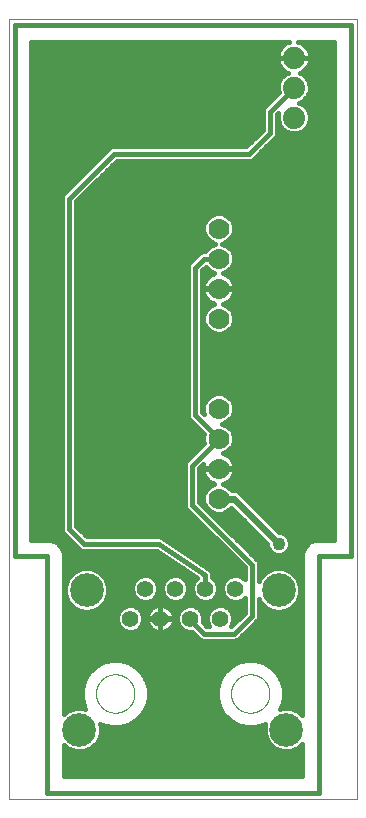
<source format=gbl>
G75*
%MOIN*%
%OFA0B0*%
%FSLAX25Y25*%
%IPPOS*%
%LPD*%
%AMOC8*
5,1,8,0,0,1.08239X$1,22.5*
%
%ADD10C,0.00000*%
%ADD11C,0.01600*%
%ADD12C,0.07000*%
%ADD13C,0.05543*%
%ADD14C,0.11220*%
%ADD15C,0.07400*%
%ADD16C,0.02400*%
%ADD17C,0.04356*%
%ADD18OC8,0.04356*%
D10*
X0001000Y0001000D02*
X0117142Y0001000D01*
X0117142Y0260843D01*
X0001000Y0260843D01*
X0001000Y0001000D01*
X0030100Y0036000D02*
X0030102Y0036160D01*
X0030108Y0036319D01*
X0030118Y0036478D01*
X0030132Y0036637D01*
X0030150Y0036796D01*
X0030171Y0036954D01*
X0030197Y0037111D01*
X0030227Y0037268D01*
X0030260Y0037424D01*
X0030298Y0037579D01*
X0030339Y0037733D01*
X0030384Y0037886D01*
X0030433Y0038038D01*
X0030486Y0038189D01*
X0030542Y0038338D01*
X0030603Y0038486D01*
X0030666Y0038632D01*
X0030734Y0038777D01*
X0030805Y0038920D01*
X0030879Y0039061D01*
X0030957Y0039200D01*
X0031039Y0039337D01*
X0031124Y0039472D01*
X0031212Y0039605D01*
X0031304Y0039736D01*
X0031398Y0039864D01*
X0031496Y0039990D01*
X0031597Y0040114D01*
X0031701Y0040235D01*
X0031808Y0040353D01*
X0031918Y0040469D01*
X0032031Y0040582D01*
X0032147Y0040692D01*
X0032265Y0040799D01*
X0032386Y0040903D01*
X0032510Y0041004D01*
X0032636Y0041102D01*
X0032764Y0041196D01*
X0032895Y0041288D01*
X0033028Y0041376D01*
X0033163Y0041461D01*
X0033300Y0041543D01*
X0033439Y0041621D01*
X0033580Y0041695D01*
X0033723Y0041766D01*
X0033868Y0041834D01*
X0034014Y0041897D01*
X0034162Y0041958D01*
X0034311Y0042014D01*
X0034462Y0042067D01*
X0034614Y0042116D01*
X0034767Y0042161D01*
X0034921Y0042202D01*
X0035076Y0042240D01*
X0035232Y0042273D01*
X0035389Y0042303D01*
X0035546Y0042329D01*
X0035704Y0042350D01*
X0035863Y0042368D01*
X0036022Y0042382D01*
X0036181Y0042392D01*
X0036340Y0042398D01*
X0036500Y0042400D01*
X0036660Y0042398D01*
X0036819Y0042392D01*
X0036978Y0042382D01*
X0037137Y0042368D01*
X0037296Y0042350D01*
X0037454Y0042329D01*
X0037611Y0042303D01*
X0037768Y0042273D01*
X0037924Y0042240D01*
X0038079Y0042202D01*
X0038233Y0042161D01*
X0038386Y0042116D01*
X0038538Y0042067D01*
X0038689Y0042014D01*
X0038838Y0041958D01*
X0038986Y0041897D01*
X0039132Y0041834D01*
X0039277Y0041766D01*
X0039420Y0041695D01*
X0039561Y0041621D01*
X0039700Y0041543D01*
X0039837Y0041461D01*
X0039972Y0041376D01*
X0040105Y0041288D01*
X0040236Y0041196D01*
X0040364Y0041102D01*
X0040490Y0041004D01*
X0040614Y0040903D01*
X0040735Y0040799D01*
X0040853Y0040692D01*
X0040969Y0040582D01*
X0041082Y0040469D01*
X0041192Y0040353D01*
X0041299Y0040235D01*
X0041403Y0040114D01*
X0041504Y0039990D01*
X0041602Y0039864D01*
X0041696Y0039736D01*
X0041788Y0039605D01*
X0041876Y0039472D01*
X0041961Y0039337D01*
X0042043Y0039200D01*
X0042121Y0039061D01*
X0042195Y0038920D01*
X0042266Y0038777D01*
X0042334Y0038632D01*
X0042397Y0038486D01*
X0042458Y0038338D01*
X0042514Y0038189D01*
X0042567Y0038038D01*
X0042616Y0037886D01*
X0042661Y0037733D01*
X0042702Y0037579D01*
X0042740Y0037424D01*
X0042773Y0037268D01*
X0042803Y0037111D01*
X0042829Y0036954D01*
X0042850Y0036796D01*
X0042868Y0036637D01*
X0042882Y0036478D01*
X0042892Y0036319D01*
X0042898Y0036160D01*
X0042900Y0036000D01*
X0042898Y0035840D01*
X0042892Y0035681D01*
X0042882Y0035522D01*
X0042868Y0035363D01*
X0042850Y0035204D01*
X0042829Y0035046D01*
X0042803Y0034889D01*
X0042773Y0034732D01*
X0042740Y0034576D01*
X0042702Y0034421D01*
X0042661Y0034267D01*
X0042616Y0034114D01*
X0042567Y0033962D01*
X0042514Y0033811D01*
X0042458Y0033662D01*
X0042397Y0033514D01*
X0042334Y0033368D01*
X0042266Y0033223D01*
X0042195Y0033080D01*
X0042121Y0032939D01*
X0042043Y0032800D01*
X0041961Y0032663D01*
X0041876Y0032528D01*
X0041788Y0032395D01*
X0041696Y0032264D01*
X0041602Y0032136D01*
X0041504Y0032010D01*
X0041403Y0031886D01*
X0041299Y0031765D01*
X0041192Y0031647D01*
X0041082Y0031531D01*
X0040969Y0031418D01*
X0040853Y0031308D01*
X0040735Y0031201D01*
X0040614Y0031097D01*
X0040490Y0030996D01*
X0040364Y0030898D01*
X0040236Y0030804D01*
X0040105Y0030712D01*
X0039972Y0030624D01*
X0039837Y0030539D01*
X0039700Y0030457D01*
X0039561Y0030379D01*
X0039420Y0030305D01*
X0039277Y0030234D01*
X0039132Y0030166D01*
X0038986Y0030103D01*
X0038838Y0030042D01*
X0038689Y0029986D01*
X0038538Y0029933D01*
X0038386Y0029884D01*
X0038233Y0029839D01*
X0038079Y0029798D01*
X0037924Y0029760D01*
X0037768Y0029727D01*
X0037611Y0029697D01*
X0037454Y0029671D01*
X0037296Y0029650D01*
X0037137Y0029632D01*
X0036978Y0029618D01*
X0036819Y0029608D01*
X0036660Y0029602D01*
X0036500Y0029600D01*
X0036340Y0029602D01*
X0036181Y0029608D01*
X0036022Y0029618D01*
X0035863Y0029632D01*
X0035704Y0029650D01*
X0035546Y0029671D01*
X0035389Y0029697D01*
X0035232Y0029727D01*
X0035076Y0029760D01*
X0034921Y0029798D01*
X0034767Y0029839D01*
X0034614Y0029884D01*
X0034462Y0029933D01*
X0034311Y0029986D01*
X0034162Y0030042D01*
X0034014Y0030103D01*
X0033868Y0030166D01*
X0033723Y0030234D01*
X0033580Y0030305D01*
X0033439Y0030379D01*
X0033300Y0030457D01*
X0033163Y0030539D01*
X0033028Y0030624D01*
X0032895Y0030712D01*
X0032764Y0030804D01*
X0032636Y0030898D01*
X0032510Y0030996D01*
X0032386Y0031097D01*
X0032265Y0031201D01*
X0032147Y0031308D01*
X0032031Y0031418D01*
X0031918Y0031531D01*
X0031808Y0031647D01*
X0031701Y0031765D01*
X0031597Y0031886D01*
X0031496Y0032010D01*
X0031398Y0032136D01*
X0031304Y0032264D01*
X0031212Y0032395D01*
X0031124Y0032528D01*
X0031039Y0032663D01*
X0030957Y0032800D01*
X0030879Y0032939D01*
X0030805Y0033080D01*
X0030734Y0033223D01*
X0030666Y0033368D01*
X0030603Y0033514D01*
X0030542Y0033662D01*
X0030486Y0033811D01*
X0030433Y0033962D01*
X0030384Y0034114D01*
X0030339Y0034267D01*
X0030298Y0034421D01*
X0030260Y0034576D01*
X0030227Y0034732D01*
X0030197Y0034889D01*
X0030171Y0035046D01*
X0030150Y0035204D01*
X0030132Y0035363D01*
X0030118Y0035522D01*
X0030108Y0035681D01*
X0030102Y0035840D01*
X0030100Y0036000D01*
X0075100Y0036000D02*
X0075102Y0036160D01*
X0075108Y0036319D01*
X0075118Y0036478D01*
X0075132Y0036637D01*
X0075150Y0036796D01*
X0075171Y0036954D01*
X0075197Y0037111D01*
X0075227Y0037268D01*
X0075260Y0037424D01*
X0075298Y0037579D01*
X0075339Y0037733D01*
X0075384Y0037886D01*
X0075433Y0038038D01*
X0075486Y0038189D01*
X0075542Y0038338D01*
X0075603Y0038486D01*
X0075666Y0038632D01*
X0075734Y0038777D01*
X0075805Y0038920D01*
X0075879Y0039061D01*
X0075957Y0039200D01*
X0076039Y0039337D01*
X0076124Y0039472D01*
X0076212Y0039605D01*
X0076304Y0039736D01*
X0076398Y0039864D01*
X0076496Y0039990D01*
X0076597Y0040114D01*
X0076701Y0040235D01*
X0076808Y0040353D01*
X0076918Y0040469D01*
X0077031Y0040582D01*
X0077147Y0040692D01*
X0077265Y0040799D01*
X0077386Y0040903D01*
X0077510Y0041004D01*
X0077636Y0041102D01*
X0077764Y0041196D01*
X0077895Y0041288D01*
X0078028Y0041376D01*
X0078163Y0041461D01*
X0078300Y0041543D01*
X0078439Y0041621D01*
X0078580Y0041695D01*
X0078723Y0041766D01*
X0078868Y0041834D01*
X0079014Y0041897D01*
X0079162Y0041958D01*
X0079311Y0042014D01*
X0079462Y0042067D01*
X0079614Y0042116D01*
X0079767Y0042161D01*
X0079921Y0042202D01*
X0080076Y0042240D01*
X0080232Y0042273D01*
X0080389Y0042303D01*
X0080546Y0042329D01*
X0080704Y0042350D01*
X0080863Y0042368D01*
X0081022Y0042382D01*
X0081181Y0042392D01*
X0081340Y0042398D01*
X0081500Y0042400D01*
X0081660Y0042398D01*
X0081819Y0042392D01*
X0081978Y0042382D01*
X0082137Y0042368D01*
X0082296Y0042350D01*
X0082454Y0042329D01*
X0082611Y0042303D01*
X0082768Y0042273D01*
X0082924Y0042240D01*
X0083079Y0042202D01*
X0083233Y0042161D01*
X0083386Y0042116D01*
X0083538Y0042067D01*
X0083689Y0042014D01*
X0083838Y0041958D01*
X0083986Y0041897D01*
X0084132Y0041834D01*
X0084277Y0041766D01*
X0084420Y0041695D01*
X0084561Y0041621D01*
X0084700Y0041543D01*
X0084837Y0041461D01*
X0084972Y0041376D01*
X0085105Y0041288D01*
X0085236Y0041196D01*
X0085364Y0041102D01*
X0085490Y0041004D01*
X0085614Y0040903D01*
X0085735Y0040799D01*
X0085853Y0040692D01*
X0085969Y0040582D01*
X0086082Y0040469D01*
X0086192Y0040353D01*
X0086299Y0040235D01*
X0086403Y0040114D01*
X0086504Y0039990D01*
X0086602Y0039864D01*
X0086696Y0039736D01*
X0086788Y0039605D01*
X0086876Y0039472D01*
X0086961Y0039337D01*
X0087043Y0039200D01*
X0087121Y0039061D01*
X0087195Y0038920D01*
X0087266Y0038777D01*
X0087334Y0038632D01*
X0087397Y0038486D01*
X0087458Y0038338D01*
X0087514Y0038189D01*
X0087567Y0038038D01*
X0087616Y0037886D01*
X0087661Y0037733D01*
X0087702Y0037579D01*
X0087740Y0037424D01*
X0087773Y0037268D01*
X0087803Y0037111D01*
X0087829Y0036954D01*
X0087850Y0036796D01*
X0087868Y0036637D01*
X0087882Y0036478D01*
X0087892Y0036319D01*
X0087898Y0036160D01*
X0087900Y0036000D01*
X0087898Y0035840D01*
X0087892Y0035681D01*
X0087882Y0035522D01*
X0087868Y0035363D01*
X0087850Y0035204D01*
X0087829Y0035046D01*
X0087803Y0034889D01*
X0087773Y0034732D01*
X0087740Y0034576D01*
X0087702Y0034421D01*
X0087661Y0034267D01*
X0087616Y0034114D01*
X0087567Y0033962D01*
X0087514Y0033811D01*
X0087458Y0033662D01*
X0087397Y0033514D01*
X0087334Y0033368D01*
X0087266Y0033223D01*
X0087195Y0033080D01*
X0087121Y0032939D01*
X0087043Y0032800D01*
X0086961Y0032663D01*
X0086876Y0032528D01*
X0086788Y0032395D01*
X0086696Y0032264D01*
X0086602Y0032136D01*
X0086504Y0032010D01*
X0086403Y0031886D01*
X0086299Y0031765D01*
X0086192Y0031647D01*
X0086082Y0031531D01*
X0085969Y0031418D01*
X0085853Y0031308D01*
X0085735Y0031201D01*
X0085614Y0031097D01*
X0085490Y0030996D01*
X0085364Y0030898D01*
X0085236Y0030804D01*
X0085105Y0030712D01*
X0084972Y0030624D01*
X0084837Y0030539D01*
X0084700Y0030457D01*
X0084561Y0030379D01*
X0084420Y0030305D01*
X0084277Y0030234D01*
X0084132Y0030166D01*
X0083986Y0030103D01*
X0083838Y0030042D01*
X0083689Y0029986D01*
X0083538Y0029933D01*
X0083386Y0029884D01*
X0083233Y0029839D01*
X0083079Y0029798D01*
X0082924Y0029760D01*
X0082768Y0029727D01*
X0082611Y0029697D01*
X0082454Y0029671D01*
X0082296Y0029650D01*
X0082137Y0029632D01*
X0081978Y0029618D01*
X0081819Y0029608D01*
X0081660Y0029602D01*
X0081500Y0029600D01*
X0081340Y0029602D01*
X0081181Y0029608D01*
X0081022Y0029618D01*
X0080863Y0029632D01*
X0080704Y0029650D01*
X0080546Y0029671D01*
X0080389Y0029697D01*
X0080232Y0029727D01*
X0080076Y0029760D01*
X0079921Y0029798D01*
X0079767Y0029839D01*
X0079614Y0029884D01*
X0079462Y0029933D01*
X0079311Y0029986D01*
X0079162Y0030042D01*
X0079014Y0030103D01*
X0078868Y0030166D01*
X0078723Y0030234D01*
X0078580Y0030305D01*
X0078439Y0030379D01*
X0078300Y0030457D01*
X0078163Y0030539D01*
X0078028Y0030624D01*
X0077895Y0030712D01*
X0077764Y0030804D01*
X0077636Y0030898D01*
X0077510Y0030996D01*
X0077386Y0031097D01*
X0077265Y0031201D01*
X0077147Y0031308D01*
X0077031Y0031418D01*
X0076918Y0031531D01*
X0076808Y0031647D01*
X0076701Y0031765D01*
X0076597Y0031886D01*
X0076496Y0032010D01*
X0076398Y0032136D01*
X0076304Y0032264D01*
X0076212Y0032395D01*
X0076124Y0032528D01*
X0076039Y0032663D01*
X0075957Y0032800D01*
X0075879Y0032939D01*
X0075805Y0033080D01*
X0075734Y0033223D01*
X0075666Y0033368D01*
X0075603Y0033514D01*
X0075542Y0033662D01*
X0075486Y0033811D01*
X0075433Y0033962D01*
X0075384Y0034114D01*
X0075339Y0034267D01*
X0075298Y0034421D01*
X0075260Y0034576D01*
X0075227Y0034732D01*
X0075197Y0034889D01*
X0075171Y0035046D01*
X0075150Y0035204D01*
X0075132Y0035363D01*
X0075118Y0035522D01*
X0075108Y0035681D01*
X0075102Y0035840D01*
X0075100Y0036000D01*
D11*
X0071063Y0031677D02*
X0072538Y0029123D01*
X0074623Y0027038D01*
X0077177Y0025563D01*
X0080025Y0024800D01*
X0082975Y0024800D01*
X0085823Y0025563D01*
X0086507Y0025958D01*
X0086290Y0025434D01*
X0086290Y0022566D01*
X0087387Y0019916D01*
X0089416Y0017887D01*
X0092066Y0016790D01*
X0094934Y0016790D01*
X0097584Y0017887D01*
X0098762Y0019065D01*
X0098762Y0008568D01*
X0019380Y0008568D01*
X0019380Y0018924D01*
X0020416Y0017887D01*
X0023066Y0016790D01*
X0025934Y0016790D01*
X0028584Y0017887D01*
X0030613Y0019916D01*
X0031710Y0022566D01*
X0031710Y0025434D01*
X0031493Y0025958D01*
X0032177Y0025563D01*
X0035025Y0024800D01*
X0037975Y0024800D01*
X0040823Y0025563D01*
X0043377Y0027038D01*
X0045462Y0029123D01*
X0046937Y0031677D01*
X0047700Y0034525D01*
X0047700Y0037475D01*
X0046937Y0040323D01*
X0045462Y0042877D01*
X0043377Y0044962D01*
X0040823Y0046437D01*
X0037975Y0047200D01*
X0035025Y0047200D01*
X0032177Y0046437D01*
X0029623Y0044962D01*
X0027538Y0042877D01*
X0026063Y0040323D01*
X0025300Y0037475D01*
X0025300Y0034525D01*
X0026063Y0031677D01*
X0026458Y0030993D01*
X0025934Y0031210D01*
X0023066Y0031210D01*
X0020416Y0030113D01*
X0019380Y0029076D01*
X0019380Y0082823D01*
X0018527Y0084881D01*
X0016952Y0086456D01*
X0014893Y0087309D01*
X0008568Y0087309D01*
X0008568Y0253274D01*
X0094433Y0253274D01*
X0093889Y0253097D01*
X0093117Y0252704D01*
X0092417Y0252195D01*
X0091805Y0251583D01*
X0091296Y0250883D01*
X0090903Y0250111D01*
X0090635Y0249288D01*
X0090500Y0248433D01*
X0090500Y0248000D01*
X0096000Y0248000D01*
X0101500Y0248000D01*
X0101500Y0248433D01*
X0101365Y0249288D01*
X0101097Y0250111D01*
X0100704Y0250883D01*
X0100195Y0251583D01*
X0099583Y0252195D01*
X0098883Y0252704D01*
X0098111Y0253097D01*
X0097567Y0253274D01*
X0109573Y0253274D01*
X0109573Y0087309D01*
X0103248Y0087309D01*
X0101190Y0086456D01*
X0099615Y0084881D01*
X0098762Y0082823D01*
X0098762Y0028935D01*
X0097584Y0030113D01*
X0094934Y0031210D01*
X0092066Y0031210D01*
X0091542Y0030993D01*
X0091937Y0031677D01*
X0092700Y0034525D01*
X0092700Y0037475D01*
X0091937Y0040323D01*
X0090462Y0042877D01*
X0088377Y0044962D01*
X0085823Y0046437D01*
X0082975Y0047200D01*
X0080025Y0047200D01*
X0077177Y0046437D01*
X0074623Y0044962D01*
X0072538Y0042877D01*
X0071063Y0040323D01*
X0070300Y0037475D01*
X0070300Y0034525D01*
X0071063Y0031677D01*
X0071239Y0031372D02*
X0046760Y0031372D01*
X0047283Y0032970D02*
X0070717Y0032970D01*
X0070300Y0034569D02*
X0047700Y0034569D01*
X0047700Y0036167D02*
X0070300Y0036167D01*
X0070378Y0037766D02*
X0047622Y0037766D01*
X0047194Y0039364D02*
X0070806Y0039364D01*
X0071433Y0040963D02*
X0046567Y0040963D01*
X0045644Y0042561D02*
X0072356Y0042561D01*
X0073821Y0044160D02*
X0044179Y0044160D01*
X0041998Y0045758D02*
X0076002Y0045758D01*
X0076477Y0053600D02*
X0077359Y0053965D01*
X0083359Y0059965D01*
X0084035Y0060641D01*
X0084400Y0061523D01*
X0084400Y0067581D01*
X0084887Y0066404D01*
X0086916Y0064376D01*
X0089566Y0063278D01*
X0092434Y0063278D01*
X0095084Y0064376D01*
X0097113Y0066404D01*
X0098210Y0069054D01*
X0098210Y0071922D01*
X0097113Y0074572D01*
X0095084Y0076601D01*
X0092434Y0077698D01*
X0089566Y0077698D01*
X0086916Y0076601D01*
X0084887Y0074572D01*
X0084400Y0073396D01*
X0084400Y0079477D01*
X0084035Y0080359D01*
X0064400Y0099994D01*
X0064400Y0111006D01*
X0065925Y0112530D01*
X0065830Y0112241D01*
X0065700Y0111417D01*
X0065700Y0111184D01*
X0070816Y0111184D01*
X0070816Y0110816D01*
X0065700Y0110816D01*
X0065700Y0110583D01*
X0065830Y0109759D01*
X0066088Y0108966D01*
X0066467Y0108222D01*
X0066957Y0107547D01*
X0067547Y0106957D01*
X0068222Y0106467D01*
X0068966Y0106088D01*
X0069521Y0105908D01*
X0068111Y0105324D01*
X0066676Y0103889D01*
X0065900Y0102014D01*
X0065900Y0099986D01*
X0066676Y0098111D01*
X0068111Y0096676D01*
X0069986Y0095900D01*
X0072014Y0095900D01*
X0073889Y0096676D01*
X0075126Y0097914D01*
X0087222Y0085818D01*
X0087222Y0085249D01*
X0087797Y0083860D01*
X0088860Y0082797D01*
X0090249Y0082222D01*
X0091751Y0082222D01*
X0093140Y0082797D01*
X0094203Y0083860D01*
X0094778Y0085249D01*
X0094778Y0086751D01*
X0094203Y0088140D01*
X0093140Y0089203D01*
X0091751Y0089778D01*
X0091182Y0089778D01*
X0077586Y0103374D01*
X0076557Y0103800D01*
X0075360Y0103800D01*
X0075324Y0103889D01*
X0073889Y0105324D01*
X0072479Y0105908D01*
X0073034Y0106088D01*
X0073778Y0106467D01*
X0074453Y0106957D01*
X0075043Y0107547D01*
X0075533Y0108222D01*
X0075912Y0108966D01*
X0076169Y0109759D01*
X0076300Y0110583D01*
X0076300Y0110816D01*
X0071184Y0110816D01*
X0071184Y0111184D01*
X0076300Y0111184D01*
X0076300Y0111417D01*
X0076169Y0112241D01*
X0075912Y0113034D01*
X0075533Y0113778D01*
X0075043Y0114453D01*
X0074453Y0115043D01*
X0073778Y0115533D01*
X0073034Y0115912D01*
X0072479Y0116092D01*
X0073889Y0116676D01*
X0075324Y0118111D01*
X0076100Y0119986D01*
X0076100Y0122014D01*
X0075324Y0123889D01*
X0073889Y0125324D01*
X0072256Y0126000D01*
X0073889Y0126676D01*
X0075324Y0128111D01*
X0076100Y0129986D01*
X0076100Y0132014D01*
X0075324Y0133889D01*
X0073889Y0135324D01*
X0072014Y0136100D01*
X0069986Y0136100D01*
X0068111Y0135324D01*
X0066676Y0133889D01*
X0065900Y0132014D01*
X0065900Y0129986D01*
X0066248Y0129147D01*
X0065400Y0129994D01*
X0065400Y0177006D01*
X0066626Y0178232D01*
X0066676Y0178111D01*
X0068111Y0176676D01*
X0069521Y0176092D01*
X0068966Y0175912D01*
X0068222Y0175533D01*
X0067547Y0175043D01*
X0066957Y0174453D01*
X0066467Y0173778D01*
X0066088Y0173034D01*
X0065830Y0172241D01*
X0065700Y0171417D01*
X0065700Y0171184D01*
X0070816Y0171184D01*
X0070816Y0170816D01*
X0065700Y0170816D01*
X0065700Y0170583D01*
X0065830Y0169759D01*
X0066088Y0168966D01*
X0066467Y0168222D01*
X0066957Y0167547D01*
X0067547Y0166957D01*
X0068222Y0166467D01*
X0068966Y0166088D01*
X0069521Y0165908D01*
X0068111Y0165324D01*
X0066676Y0163889D01*
X0065900Y0162014D01*
X0065900Y0159986D01*
X0066676Y0158111D01*
X0068111Y0156676D01*
X0069986Y0155900D01*
X0072014Y0155900D01*
X0073889Y0156676D01*
X0075324Y0158111D01*
X0076100Y0159986D01*
X0076100Y0162014D01*
X0075324Y0163889D01*
X0073889Y0165324D01*
X0072479Y0165908D01*
X0073034Y0166088D01*
X0073778Y0166467D01*
X0074453Y0166957D01*
X0075043Y0167547D01*
X0075533Y0168222D01*
X0075912Y0168966D01*
X0076169Y0169759D01*
X0076300Y0170583D01*
X0076300Y0170816D01*
X0071184Y0170816D01*
X0071184Y0171184D01*
X0076300Y0171184D01*
X0076300Y0171417D01*
X0076169Y0172241D01*
X0075912Y0173034D01*
X0075533Y0173778D01*
X0075043Y0174453D01*
X0074453Y0175043D01*
X0073778Y0175533D01*
X0073034Y0175912D01*
X0072479Y0176092D01*
X0073889Y0176676D01*
X0075324Y0178111D01*
X0076100Y0179986D01*
X0076100Y0182014D01*
X0075324Y0183889D01*
X0073889Y0185324D01*
X0072256Y0186000D01*
X0073889Y0186676D01*
X0075324Y0188111D01*
X0076100Y0189986D01*
X0076100Y0192014D01*
X0075324Y0193889D01*
X0073889Y0195324D01*
X0072014Y0196100D01*
X0069986Y0196100D01*
X0068111Y0195324D01*
X0066676Y0193889D01*
X0065900Y0192014D01*
X0065900Y0189986D01*
X0066676Y0188111D01*
X0068111Y0186676D01*
X0069744Y0186000D01*
X0068111Y0185324D01*
X0066676Y0183889D01*
X0066474Y0183400D01*
X0065523Y0183400D01*
X0064641Y0183035D01*
X0063965Y0182359D01*
X0060965Y0179359D01*
X0060600Y0178477D01*
X0060600Y0128523D01*
X0060965Y0127641D01*
X0061641Y0126965D01*
X0066103Y0122503D01*
X0065900Y0122014D01*
X0065900Y0119986D01*
X0066103Y0119497D01*
X0059965Y0113359D01*
X0059600Y0112477D01*
X0059600Y0098523D01*
X0059965Y0097641D01*
X0060641Y0096965D01*
X0079600Y0078006D01*
X0079600Y0074082D01*
X0078976Y0074706D01*
X0077370Y0075372D01*
X0075630Y0075372D01*
X0074024Y0074706D01*
X0072794Y0073476D01*
X0072128Y0071870D01*
X0072128Y0070130D01*
X0072794Y0068524D01*
X0074024Y0067294D01*
X0075630Y0066628D01*
X0077370Y0066628D01*
X0078976Y0067294D01*
X0079600Y0067918D01*
X0079600Y0062994D01*
X0075260Y0058654D01*
X0075872Y0060130D01*
X0075872Y0061870D01*
X0075206Y0063476D01*
X0073976Y0064706D01*
X0072370Y0065372D01*
X0070630Y0065372D01*
X0069024Y0064706D01*
X0067794Y0063476D01*
X0067128Y0061870D01*
X0067128Y0060130D01*
X0067794Y0058524D01*
X0067918Y0058400D01*
X0066994Y0058400D01*
X0065694Y0059701D01*
X0065872Y0060130D01*
X0065872Y0061870D01*
X0065206Y0063476D01*
X0063976Y0064706D01*
X0062370Y0065372D01*
X0060630Y0065372D01*
X0059024Y0064706D01*
X0057794Y0063476D01*
X0057128Y0061870D01*
X0057128Y0060130D01*
X0057794Y0058524D01*
X0059024Y0057294D01*
X0060630Y0056628D01*
X0061978Y0056628D01*
X0063965Y0054641D01*
X0064641Y0053965D01*
X0065523Y0053600D01*
X0076477Y0053600D01*
X0076842Y0053751D02*
X0098762Y0053751D01*
X0098762Y0055349D02*
X0078743Y0055349D01*
X0080342Y0056948D02*
X0098762Y0056948D01*
X0098762Y0058546D02*
X0081941Y0058546D01*
X0083539Y0060145D02*
X0098762Y0060145D01*
X0098762Y0061743D02*
X0084400Y0061743D01*
X0084400Y0063342D02*
X0089411Y0063342D01*
X0086351Y0064940D02*
X0084400Y0064940D01*
X0084400Y0066539D02*
X0084832Y0066539D01*
X0082000Y0062000D02*
X0082000Y0079000D01*
X0062000Y0099000D01*
X0062000Y0112000D01*
X0071000Y0121000D01*
X0063000Y0129000D01*
X0063000Y0178000D01*
X0066000Y0181000D01*
X0071000Y0181000D01*
X0074384Y0184829D02*
X0109573Y0184829D01*
X0109573Y0186427D02*
X0073287Y0186427D01*
X0075238Y0188026D02*
X0109573Y0188026D01*
X0109573Y0189624D02*
X0075950Y0189624D01*
X0076100Y0191223D02*
X0109573Y0191223D01*
X0109573Y0192821D02*
X0075766Y0192821D01*
X0074793Y0194420D02*
X0109573Y0194420D01*
X0109573Y0196018D02*
X0072211Y0196018D01*
X0069789Y0196018D02*
X0023400Y0196018D01*
X0023400Y0194420D02*
X0067207Y0194420D01*
X0066234Y0192821D02*
X0023400Y0192821D01*
X0023400Y0191223D02*
X0065900Y0191223D01*
X0066050Y0189624D02*
X0023400Y0189624D01*
X0023400Y0188026D02*
X0066762Y0188026D01*
X0067616Y0184829D02*
X0023400Y0184829D01*
X0023400Y0186427D02*
X0068712Y0186427D01*
X0065113Y0183230D02*
X0023400Y0183230D01*
X0023400Y0181632D02*
X0063238Y0181632D01*
X0061639Y0180033D02*
X0023400Y0180033D01*
X0023400Y0178435D02*
X0060600Y0178435D01*
X0060600Y0176836D02*
X0023400Y0176836D01*
X0023400Y0175238D02*
X0060600Y0175238D01*
X0060600Y0173639D02*
X0023400Y0173639D01*
X0023400Y0172041D02*
X0060600Y0172041D01*
X0060600Y0170442D02*
X0023400Y0170442D01*
X0023400Y0168844D02*
X0060600Y0168844D01*
X0060600Y0167245D02*
X0023400Y0167245D01*
X0023400Y0165647D02*
X0060600Y0165647D01*
X0060600Y0164048D02*
X0023400Y0164048D01*
X0023400Y0162450D02*
X0060600Y0162450D01*
X0060600Y0160851D02*
X0023400Y0160851D01*
X0023400Y0159253D02*
X0060600Y0159253D01*
X0060600Y0157654D02*
X0023400Y0157654D01*
X0023400Y0156056D02*
X0060600Y0156056D01*
X0060600Y0154457D02*
X0023400Y0154457D01*
X0023400Y0152859D02*
X0060600Y0152859D01*
X0060600Y0151260D02*
X0023400Y0151260D01*
X0023400Y0149662D02*
X0060600Y0149662D01*
X0060600Y0148063D02*
X0023400Y0148063D01*
X0023400Y0146465D02*
X0060600Y0146465D01*
X0060600Y0144866D02*
X0023400Y0144866D01*
X0023400Y0143268D02*
X0060600Y0143268D01*
X0060600Y0141669D02*
X0023400Y0141669D01*
X0023400Y0140070D02*
X0060600Y0140070D01*
X0060600Y0138472D02*
X0023400Y0138472D01*
X0023400Y0136873D02*
X0060600Y0136873D01*
X0060600Y0135275D02*
X0023400Y0135275D01*
X0023400Y0133676D02*
X0060600Y0133676D01*
X0060600Y0132078D02*
X0023400Y0132078D01*
X0023400Y0130479D02*
X0060600Y0130479D01*
X0060600Y0128881D02*
X0023400Y0128881D01*
X0023400Y0127282D02*
X0061323Y0127282D01*
X0062922Y0125684D02*
X0023400Y0125684D01*
X0023400Y0124085D02*
X0064521Y0124085D01*
X0066096Y0122487D02*
X0023400Y0122487D01*
X0023400Y0120888D02*
X0065900Y0120888D01*
X0065896Y0119290D02*
X0023400Y0119290D01*
X0023400Y0117691D02*
X0064297Y0117691D01*
X0062699Y0116093D02*
X0023400Y0116093D01*
X0023400Y0114494D02*
X0061100Y0114494D01*
X0059773Y0112896D02*
X0023400Y0112896D01*
X0023400Y0111297D02*
X0059600Y0111297D01*
X0059600Y0109699D02*
X0023400Y0109699D01*
X0023400Y0108100D02*
X0059600Y0108100D01*
X0059600Y0106502D02*
X0023400Y0106502D01*
X0023400Y0104903D02*
X0059600Y0104903D01*
X0059600Y0103305D02*
X0023400Y0103305D01*
X0023400Y0101706D02*
X0059600Y0101706D01*
X0059600Y0100108D02*
X0023400Y0100108D01*
X0023400Y0098509D02*
X0059606Y0098509D01*
X0060695Y0096911D02*
X0023400Y0096911D01*
X0023400Y0095312D02*
X0062294Y0095312D01*
X0063892Y0093714D02*
X0023400Y0093714D01*
X0023400Y0092115D02*
X0065491Y0092115D01*
X0067089Y0090517D02*
X0024877Y0090517D01*
X0023400Y0091994D02*
X0026994Y0088400D01*
X0050771Y0088400D01*
X0051016Y0088447D01*
X0051244Y0088400D01*
X0051477Y0088400D01*
X0051707Y0088305D01*
X0051951Y0088255D01*
X0052144Y0088124D01*
X0052359Y0088035D01*
X0052535Y0087859D01*
X0067644Y0077624D01*
X0067859Y0077535D01*
X0068035Y0077359D01*
X0068241Y0077219D01*
X0068370Y0077024D01*
X0068535Y0076859D01*
X0068630Y0076630D01*
X0068767Y0076422D01*
X0068811Y0076193D01*
X0068900Y0075977D01*
X0068900Y0075729D01*
X0068947Y0075484D01*
X0068900Y0075256D01*
X0068900Y0074738D01*
X0068976Y0074706D01*
X0070206Y0073476D01*
X0070872Y0071870D01*
X0070872Y0070130D01*
X0070206Y0068524D01*
X0068976Y0067294D01*
X0067370Y0066628D01*
X0065630Y0066628D01*
X0064024Y0067294D01*
X0062794Y0068524D01*
X0062128Y0070130D01*
X0062128Y0071870D01*
X0062794Y0073476D01*
X0063769Y0074451D01*
X0050264Y0083600D01*
X0025523Y0083600D01*
X0024641Y0083965D01*
X0019641Y0088965D01*
X0018965Y0089641D01*
X0018600Y0090523D01*
X0018600Y0201477D01*
X0018965Y0202359D01*
X0019641Y0203035D01*
X0019641Y0203035D01*
X0033965Y0217359D01*
X0033965Y0217359D01*
X0034641Y0218035D01*
X0035523Y0218400D01*
X0080006Y0218400D01*
X0085600Y0223994D01*
X0085600Y0230477D01*
X0085965Y0231359D01*
X0090949Y0236344D01*
X0090700Y0236946D01*
X0090700Y0239054D01*
X0091507Y0241002D01*
X0092998Y0242493D01*
X0093944Y0242885D01*
X0093889Y0242903D01*
X0093117Y0243296D01*
X0092417Y0243805D01*
X0091805Y0244417D01*
X0091296Y0245117D01*
X0090903Y0245889D01*
X0090635Y0246712D01*
X0090500Y0247567D01*
X0090500Y0248000D01*
X0096000Y0248000D01*
X0096000Y0248000D01*
X0101500Y0248000D01*
X0101500Y0247567D01*
X0101365Y0246712D01*
X0101097Y0245889D01*
X0100704Y0245117D01*
X0100195Y0244417D01*
X0099583Y0243805D01*
X0098883Y0243296D01*
X0098111Y0242903D01*
X0098056Y0242885D01*
X0099002Y0242493D01*
X0100493Y0241002D01*
X0101300Y0239054D01*
X0101300Y0236946D01*
X0100493Y0234998D01*
X0099002Y0233507D01*
X0097778Y0233000D01*
X0099002Y0232493D01*
X0100493Y0231002D01*
X0101300Y0229054D01*
X0101300Y0226946D01*
X0100493Y0224998D01*
X0099002Y0223507D01*
X0097054Y0222700D01*
X0094946Y0222700D01*
X0092998Y0223507D01*
X0091507Y0224998D01*
X0090700Y0226946D01*
X0090700Y0229054D01*
X0090878Y0229484D01*
X0090400Y0229006D01*
X0090400Y0222523D01*
X0090035Y0221641D01*
X0089359Y0220965D01*
X0089359Y0220965D01*
X0082359Y0213965D01*
X0081477Y0213600D01*
X0036994Y0213600D01*
X0023400Y0200006D01*
X0023400Y0091994D01*
X0021000Y0091000D02*
X0021000Y0201000D01*
X0036000Y0216000D01*
X0081000Y0216000D01*
X0088000Y0223000D01*
X0088000Y0230000D01*
X0096000Y0238000D01*
X0099120Y0242375D02*
X0109573Y0242375D01*
X0109573Y0240777D02*
X0100587Y0240777D01*
X0101249Y0239178D02*
X0109573Y0239178D01*
X0109573Y0237580D02*
X0101300Y0237580D01*
X0100900Y0235981D02*
X0109573Y0235981D01*
X0109573Y0234383D02*
X0099878Y0234383D01*
X0098300Y0232784D02*
X0109573Y0232784D01*
X0109573Y0231186D02*
X0100310Y0231186D01*
X0101079Y0229587D02*
X0109573Y0229587D01*
X0109573Y0227989D02*
X0101300Y0227989D01*
X0101070Y0226390D02*
X0109573Y0226390D01*
X0109573Y0224792D02*
X0100287Y0224792D01*
X0098245Y0223193D02*
X0109573Y0223193D01*
X0109573Y0221595D02*
X0089989Y0221595D01*
X0090400Y0223193D02*
X0093755Y0223193D01*
X0091713Y0224792D02*
X0090400Y0224792D01*
X0090400Y0226390D02*
X0090930Y0226390D01*
X0090700Y0227989D02*
X0090400Y0227989D01*
X0088989Y0234383D02*
X0008568Y0234383D01*
X0008568Y0235981D02*
X0090587Y0235981D01*
X0090700Y0237580D02*
X0008568Y0237580D01*
X0008568Y0239178D02*
X0090751Y0239178D01*
X0091413Y0240777D02*
X0008568Y0240777D01*
X0008568Y0242375D02*
X0092880Y0242375D01*
X0092248Y0243974D02*
X0008568Y0243974D01*
X0008568Y0245572D02*
X0091064Y0245572D01*
X0090563Y0247171D02*
X0008568Y0247171D01*
X0008568Y0248769D02*
X0090553Y0248769D01*
X0091034Y0250368D02*
X0008568Y0250368D01*
X0008568Y0251966D02*
X0092188Y0251966D01*
X0096000Y0248000D02*
X0096000Y0248000D01*
X0099812Y0251966D02*
X0109573Y0251966D01*
X0109573Y0250368D02*
X0100966Y0250368D01*
X0101447Y0248769D02*
X0109573Y0248769D01*
X0109573Y0247171D02*
X0101437Y0247171D01*
X0100936Y0245572D02*
X0109573Y0245572D01*
X0109573Y0243974D02*
X0099752Y0243974D01*
X0109573Y0219996D02*
X0088390Y0219996D01*
X0086792Y0218398D02*
X0109573Y0218398D01*
X0109573Y0216799D02*
X0085193Y0216799D01*
X0083595Y0215201D02*
X0109573Y0215201D01*
X0109573Y0213602D02*
X0081482Y0213602D01*
X0081602Y0219996D02*
X0008568Y0219996D01*
X0008568Y0218398D02*
X0035517Y0218398D01*
X0033405Y0216799D02*
X0008568Y0216799D01*
X0008568Y0215201D02*
X0031806Y0215201D01*
X0030208Y0213602D02*
X0008568Y0213602D01*
X0008568Y0212003D02*
X0028609Y0212003D01*
X0030602Y0207208D02*
X0109573Y0207208D01*
X0109573Y0208806D02*
X0032201Y0208806D01*
X0033799Y0210405D02*
X0109573Y0210405D01*
X0109573Y0212003D02*
X0035398Y0212003D01*
X0029004Y0205609D02*
X0109573Y0205609D01*
X0109573Y0204011D02*
X0027405Y0204011D01*
X0025807Y0202412D02*
X0109573Y0202412D01*
X0109573Y0200814D02*
X0024208Y0200814D01*
X0023400Y0199215D02*
X0109573Y0199215D01*
X0109573Y0197617D02*
X0023400Y0197617D01*
X0020617Y0204011D02*
X0008568Y0204011D01*
X0008568Y0205609D02*
X0022215Y0205609D01*
X0023814Y0207208D02*
X0008568Y0207208D01*
X0008568Y0208806D02*
X0025412Y0208806D01*
X0027011Y0210405D02*
X0008568Y0210405D01*
X0008568Y0202412D02*
X0019018Y0202412D01*
X0018600Y0200814D02*
X0008568Y0200814D01*
X0008568Y0199215D02*
X0018600Y0199215D01*
X0018600Y0197617D02*
X0008568Y0197617D01*
X0008568Y0196018D02*
X0018600Y0196018D01*
X0018600Y0194420D02*
X0008568Y0194420D01*
X0008568Y0192821D02*
X0018600Y0192821D01*
X0018600Y0191223D02*
X0008568Y0191223D01*
X0008568Y0189624D02*
X0018600Y0189624D01*
X0018600Y0188026D02*
X0008568Y0188026D01*
X0008568Y0186427D02*
X0018600Y0186427D01*
X0018600Y0184829D02*
X0008568Y0184829D01*
X0008568Y0183230D02*
X0018600Y0183230D01*
X0018600Y0181632D02*
X0008568Y0181632D01*
X0008568Y0180033D02*
X0018600Y0180033D01*
X0018600Y0178435D02*
X0008568Y0178435D01*
X0008568Y0176836D02*
X0018600Y0176836D01*
X0018600Y0175238D02*
X0008568Y0175238D01*
X0008568Y0173639D02*
X0018600Y0173639D01*
X0018600Y0172041D02*
X0008568Y0172041D01*
X0008568Y0170442D02*
X0018600Y0170442D01*
X0018600Y0168844D02*
X0008568Y0168844D01*
X0008568Y0167245D02*
X0018600Y0167245D01*
X0018600Y0165647D02*
X0008568Y0165647D01*
X0008568Y0164048D02*
X0018600Y0164048D01*
X0018600Y0162450D02*
X0008568Y0162450D01*
X0008568Y0160851D02*
X0018600Y0160851D01*
X0018600Y0159253D02*
X0008568Y0159253D01*
X0008568Y0157654D02*
X0018600Y0157654D01*
X0018600Y0156056D02*
X0008568Y0156056D01*
X0008568Y0154457D02*
X0018600Y0154457D01*
X0018600Y0152859D02*
X0008568Y0152859D01*
X0008568Y0151260D02*
X0018600Y0151260D01*
X0018600Y0149662D02*
X0008568Y0149662D01*
X0008568Y0148063D02*
X0018600Y0148063D01*
X0018600Y0146465D02*
X0008568Y0146465D01*
X0008568Y0144866D02*
X0018600Y0144866D01*
X0018600Y0143268D02*
X0008568Y0143268D01*
X0008568Y0141669D02*
X0018600Y0141669D01*
X0018600Y0140070D02*
X0008568Y0140070D01*
X0008568Y0138472D02*
X0018600Y0138472D01*
X0018600Y0136873D02*
X0008568Y0136873D01*
X0008568Y0135275D02*
X0018600Y0135275D01*
X0018600Y0133676D02*
X0008568Y0133676D01*
X0008568Y0132078D02*
X0018600Y0132078D01*
X0018600Y0130479D02*
X0008568Y0130479D01*
X0008568Y0128881D02*
X0018600Y0128881D01*
X0018600Y0127282D02*
X0008568Y0127282D01*
X0008568Y0125684D02*
X0018600Y0125684D01*
X0018600Y0124085D02*
X0008568Y0124085D01*
X0008568Y0122487D02*
X0018600Y0122487D01*
X0018600Y0120888D02*
X0008568Y0120888D01*
X0008568Y0119290D02*
X0018600Y0119290D01*
X0018600Y0117691D02*
X0008568Y0117691D01*
X0008568Y0116093D02*
X0018600Y0116093D01*
X0018600Y0114494D02*
X0008568Y0114494D01*
X0008568Y0112896D02*
X0018600Y0112896D01*
X0018600Y0111297D02*
X0008568Y0111297D01*
X0008568Y0109699D02*
X0018600Y0109699D01*
X0018600Y0108100D02*
X0008568Y0108100D01*
X0008568Y0106502D02*
X0018600Y0106502D01*
X0018600Y0104903D02*
X0008568Y0104903D01*
X0008568Y0103305D02*
X0018600Y0103305D01*
X0018600Y0101706D02*
X0008568Y0101706D01*
X0008568Y0100108D02*
X0018600Y0100108D01*
X0018600Y0098509D02*
X0008568Y0098509D01*
X0008568Y0096911D02*
X0018600Y0096911D01*
X0018600Y0095312D02*
X0008568Y0095312D01*
X0008568Y0093714D02*
X0018600Y0093714D01*
X0018600Y0092115D02*
X0008568Y0092115D01*
X0008568Y0090517D02*
X0018602Y0090517D01*
X0019688Y0088918D02*
X0008568Y0088918D01*
X0008568Y0087320D02*
X0021286Y0087320D01*
X0022885Y0085721D02*
X0017687Y0085721D01*
X0018841Y0084123D02*
X0024483Y0084123D01*
X0026000Y0086000D02*
X0021000Y0091000D01*
X0019380Y0082524D02*
X0051852Y0082524D01*
X0051000Y0086000D02*
X0026000Y0086000D01*
X0026476Y0088918D02*
X0068688Y0088918D01*
X0070286Y0087320D02*
X0053331Y0087320D01*
X0051000Y0086000D02*
X0066500Y0075500D01*
X0066500Y0071000D01*
X0069151Y0074532D02*
X0073849Y0074532D01*
X0072569Y0072933D02*
X0070431Y0072933D01*
X0070872Y0071334D02*
X0072128Y0071334D01*
X0072292Y0069736D02*
X0070708Y0069736D01*
X0069820Y0068137D02*
X0073180Y0068137D01*
X0073411Y0064940D02*
X0079600Y0064940D01*
X0079600Y0063342D02*
X0075262Y0063342D01*
X0075872Y0061743D02*
X0078349Y0061743D01*
X0076751Y0060145D02*
X0075872Y0060145D01*
X0076000Y0056000D02*
X0082000Y0062000D01*
X0079600Y0066539D02*
X0033168Y0066539D01*
X0033113Y0066404D02*
X0034210Y0069054D01*
X0034210Y0071922D01*
X0033113Y0074572D01*
X0031084Y0076601D01*
X0028434Y0077698D01*
X0025566Y0077698D01*
X0022916Y0076601D01*
X0020887Y0074572D01*
X0019790Y0071922D01*
X0019790Y0069054D01*
X0020887Y0066404D01*
X0022916Y0064376D01*
X0025566Y0063278D01*
X0028434Y0063278D01*
X0031084Y0064376D01*
X0033113Y0066404D01*
X0033831Y0068137D02*
X0043180Y0068137D01*
X0042794Y0068524D02*
X0044024Y0067294D01*
X0045630Y0066628D01*
X0047370Y0066628D01*
X0048976Y0067294D01*
X0050206Y0068524D01*
X0050872Y0070130D01*
X0050872Y0071870D01*
X0050206Y0073476D01*
X0048976Y0074706D01*
X0047370Y0075372D01*
X0045630Y0075372D01*
X0044024Y0074706D01*
X0042794Y0073476D01*
X0042128Y0071870D01*
X0042128Y0070130D01*
X0042794Y0068524D01*
X0042292Y0069736D02*
X0034210Y0069736D01*
X0034210Y0071334D02*
X0042128Y0071334D01*
X0042569Y0072933D02*
X0033792Y0072933D01*
X0033130Y0074532D02*
X0043849Y0074532D01*
X0049151Y0074532D02*
X0053849Y0074532D01*
X0054024Y0074706D02*
X0052794Y0073476D01*
X0052128Y0071870D01*
X0052128Y0070130D01*
X0052794Y0068524D01*
X0054024Y0067294D01*
X0055630Y0066628D01*
X0057370Y0066628D01*
X0058976Y0067294D01*
X0060206Y0068524D01*
X0060872Y0070130D01*
X0060872Y0071870D01*
X0060206Y0073476D01*
X0058976Y0074706D01*
X0057370Y0075372D01*
X0055630Y0075372D01*
X0054024Y0074706D01*
X0052569Y0072933D02*
X0050431Y0072933D01*
X0050872Y0071334D02*
X0052128Y0071334D01*
X0052292Y0069736D02*
X0050708Y0069736D01*
X0049820Y0068137D02*
X0053180Y0068137D01*
X0052571Y0065459D02*
X0051860Y0065572D01*
X0051586Y0065572D01*
X0051586Y0061086D01*
X0056072Y0061086D01*
X0056072Y0061360D01*
X0055959Y0062071D01*
X0055737Y0062755D01*
X0055410Y0063396D01*
X0054987Y0063978D01*
X0054478Y0064487D01*
X0053896Y0064910D01*
X0053255Y0065237D01*
X0052571Y0065459D01*
X0051586Y0064940D02*
X0051414Y0064940D01*
X0051414Y0065572D02*
X0051414Y0061086D01*
X0051586Y0061086D01*
X0051586Y0060914D01*
X0056072Y0060914D01*
X0056072Y0060640D01*
X0055959Y0059929D01*
X0055737Y0059245D01*
X0055410Y0058604D01*
X0054987Y0058022D01*
X0054478Y0057513D01*
X0053896Y0057090D01*
X0053255Y0056763D01*
X0052571Y0056541D01*
X0051860Y0056428D01*
X0051586Y0056428D01*
X0051586Y0060914D01*
X0051414Y0060914D01*
X0051414Y0056428D01*
X0051140Y0056428D01*
X0050429Y0056541D01*
X0049745Y0056763D01*
X0049104Y0057090D01*
X0048522Y0057513D01*
X0048013Y0058022D01*
X0047590Y0058604D01*
X0047263Y0059245D01*
X0047041Y0059929D01*
X0046928Y0060640D01*
X0046928Y0060914D01*
X0051414Y0060914D01*
X0051414Y0061086D01*
X0046928Y0061086D01*
X0046928Y0061360D01*
X0047041Y0062071D01*
X0047263Y0062755D01*
X0047590Y0063396D01*
X0048013Y0063978D01*
X0048522Y0064487D01*
X0049104Y0064910D01*
X0049745Y0065237D01*
X0050429Y0065459D01*
X0051140Y0065572D01*
X0051414Y0065572D01*
X0051414Y0063342D02*
X0051586Y0063342D01*
X0051586Y0061743D02*
X0051414Y0061743D01*
X0051414Y0060145D02*
X0051586Y0060145D01*
X0051586Y0058546D02*
X0051414Y0058546D01*
X0051414Y0056948D02*
X0051586Y0056948D01*
X0053617Y0056948D02*
X0059859Y0056948D01*
X0057784Y0058546D02*
X0055368Y0058546D01*
X0055993Y0060145D02*
X0057128Y0060145D01*
X0057128Y0061743D02*
X0056011Y0061743D01*
X0055438Y0063342D02*
X0057738Y0063342D01*
X0059589Y0064940D02*
X0053836Y0064940D01*
X0049164Y0064940D02*
X0043411Y0064940D01*
X0043976Y0064706D02*
X0042370Y0065372D01*
X0040630Y0065372D01*
X0039024Y0064706D01*
X0037794Y0063476D01*
X0037128Y0061870D01*
X0037128Y0060130D01*
X0037794Y0058524D01*
X0039024Y0057294D01*
X0040630Y0056628D01*
X0042370Y0056628D01*
X0043976Y0057294D01*
X0045206Y0058524D01*
X0045872Y0060130D01*
X0045872Y0061870D01*
X0045206Y0063476D01*
X0043976Y0064706D01*
X0045262Y0063342D02*
X0047562Y0063342D01*
X0046989Y0061743D02*
X0045872Y0061743D01*
X0045872Y0060145D02*
X0047007Y0060145D01*
X0047632Y0058546D02*
X0045216Y0058546D01*
X0043141Y0056948D02*
X0049383Y0056948D01*
X0039859Y0056948D02*
X0019380Y0056948D01*
X0019380Y0058546D02*
X0037784Y0058546D01*
X0037128Y0060145D02*
X0019380Y0060145D01*
X0019380Y0061743D02*
X0037128Y0061743D01*
X0037738Y0063342D02*
X0028589Y0063342D01*
X0031649Y0064940D02*
X0039589Y0064940D01*
X0031555Y0076130D02*
X0061291Y0076130D01*
X0059151Y0074532D02*
X0063650Y0074532D01*
X0062569Y0072933D02*
X0060431Y0072933D01*
X0060872Y0071334D02*
X0062128Y0071334D01*
X0062292Y0069736D02*
X0060708Y0069736D01*
X0059820Y0068137D02*
X0063180Y0068137D01*
X0063411Y0064940D02*
X0069589Y0064940D01*
X0067738Y0063342D02*
X0065262Y0063342D01*
X0065872Y0061743D02*
X0067128Y0061743D01*
X0067128Y0060145D02*
X0065872Y0060145D01*
X0066848Y0058546D02*
X0067784Y0058546D01*
X0066000Y0056000D02*
X0076000Y0056000D01*
X0079151Y0074532D02*
X0079600Y0074532D01*
X0079600Y0076130D02*
X0068837Y0076130D01*
X0067489Y0077729D02*
X0079600Y0077729D01*
X0078279Y0079327D02*
X0065130Y0079327D01*
X0062770Y0080926D02*
X0076680Y0080926D01*
X0075082Y0082524D02*
X0060410Y0082524D01*
X0058051Y0084123D02*
X0073483Y0084123D01*
X0075476Y0088918D02*
X0084122Y0088918D01*
X0085721Y0087320D02*
X0077074Y0087320D01*
X0078673Y0085721D02*
X0087222Y0085721D01*
X0087688Y0084123D02*
X0080272Y0084123D01*
X0081870Y0082524D02*
X0089519Y0082524D01*
X0086445Y0076130D02*
X0084400Y0076130D01*
X0084400Y0074532D02*
X0084870Y0074532D01*
X0084400Y0077729D02*
X0098762Y0077729D01*
X0098762Y0079327D02*
X0084400Y0079327D01*
X0083469Y0080926D02*
X0098762Y0080926D01*
X0098762Y0082524D02*
X0092481Y0082524D01*
X0094312Y0084123D02*
X0099301Y0084123D01*
X0100455Y0085721D02*
X0094778Y0085721D01*
X0094543Y0087320D02*
X0109573Y0087320D01*
X0109573Y0088918D02*
X0093425Y0088918D01*
X0090443Y0090517D02*
X0109573Y0090517D01*
X0109573Y0092115D02*
X0088845Y0092115D01*
X0087246Y0093714D02*
X0109573Y0093714D01*
X0109573Y0095312D02*
X0085648Y0095312D01*
X0084049Y0096911D02*
X0109573Y0096911D01*
X0109573Y0098509D02*
X0082451Y0098509D01*
X0080852Y0100108D02*
X0109573Y0100108D01*
X0109573Y0101706D02*
X0079254Y0101706D01*
X0077655Y0103305D02*
X0109573Y0103305D01*
X0109573Y0104903D02*
X0074309Y0104903D01*
X0073826Y0106502D02*
X0109573Y0106502D01*
X0109573Y0108100D02*
X0075444Y0108100D01*
X0076150Y0109699D02*
X0109573Y0109699D01*
X0109573Y0111297D02*
X0076300Y0111297D01*
X0075957Y0112896D02*
X0109573Y0112896D01*
X0109573Y0114494D02*
X0075001Y0114494D01*
X0074904Y0117691D02*
X0109573Y0117691D01*
X0109573Y0116093D02*
X0072480Y0116093D01*
X0075812Y0119290D02*
X0109573Y0119290D01*
X0109573Y0120888D02*
X0076100Y0120888D01*
X0075904Y0122487D02*
X0109573Y0122487D01*
X0109573Y0124085D02*
X0075127Y0124085D01*
X0074495Y0127282D02*
X0109573Y0127282D01*
X0109573Y0125684D02*
X0073019Y0125684D01*
X0075642Y0128881D02*
X0109573Y0128881D01*
X0109573Y0130479D02*
X0076100Y0130479D01*
X0076074Y0132078D02*
X0109573Y0132078D01*
X0109573Y0133676D02*
X0075412Y0133676D01*
X0073938Y0135275D02*
X0109573Y0135275D01*
X0109573Y0136873D02*
X0065400Y0136873D01*
X0065400Y0135275D02*
X0068062Y0135275D01*
X0066588Y0133676D02*
X0065400Y0133676D01*
X0065400Y0132078D02*
X0065926Y0132078D01*
X0065900Y0130479D02*
X0065400Y0130479D01*
X0065400Y0138472D02*
X0109573Y0138472D01*
X0109573Y0140070D02*
X0065400Y0140070D01*
X0065400Y0141669D02*
X0109573Y0141669D01*
X0109573Y0143268D02*
X0065400Y0143268D01*
X0065400Y0144866D02*
X0109573Y0144866D01*
X0109573Y0146465D02*
X0065400Y0146465D01*
X0065400Y0148063D02*
X0109573Y0148063D01*
X0109573Y0149662D02*
X0065400Y0149662D01*
X0065400Y0151260D02*
X0109573Y0151260D01*
X0109573Y0152859D02*
X0065400Y0152859D01*
X0065400Y0154457D02*
X0109573Y0154457D01*
X0109573Y0156056D02*
X0072390Y0156056D01*
X0074867Y0157654D02*
X0109573Y0157654D01*
X0109573Y0159253D02*
X0075796Y0159253D01*
X0076100Y0160851D02*
X0109573Y0160851D01*
X0109573Y0162450D02*
X0075920Y0162450D01*
X0075164Y0164048D02*
X0109573Y0164048D01*
X0109573Y0165647D02*
X0073109Y0165647D01*
X0074741Y0167245D02*
X0109573Y0167245D01*
X0109573Y0168844D02*
X0075850Y0168844D01*
X0076278Y0170442D02*
X0109573Y0170442D01*
X0109573Y0172041D02*
X0076201Y0172041D01*
X0075604Y0173639D02*
X0109573Y0173639D01*
X0109573Y0175238D02*
X0074184Y0175238D01*
X0074049Y0176836D02*
X0109573Y0176836D01*
X0109573Y0178435D02*
X0075458Y0178435D01*
X0076100Y0180033D02*
X0109573Y0180033D01*
X0109573Y0181632D02*
X0076100Y0181632D01*
X0075596Y0183230D02*
X0109573Y0183230D01*
X0087390Y0232784D02*
X0008568Y0232784D01*
X0008568Y0231186D02*
X0085893Y0231186D01*
X0085600Y0229587D02*
X0008568Y0229587D01*
X0008568Y0227989D02*
X0085600Y0227989D01*
X0085600Y0226390D02*
X0008568Y0226390D01*
X0008568Y0224792D02*
X0085600Y0224792D01*
X0084799Y0223193D02*
X0008568Y0223193D01*
X0008568Y0221595D02*
X0083200Y0221595D01*
X0067951Y0176836D02*
X0065400Y0176836D01*
X0065400Y0175238D02*
X0067816Y0175238D01*
X0066396Y0173639D02*
X0065400Y0173639D01*
X0065400Y0172041D02*
X0065799Y0172041D01*
X0065722Y0170442D02*
X0065400Y0170442D01*
X0065400Y0168844D02*
X0066150Y0168844D01*
X0065400Y0167245D02*
X0067259Y0167245D01*
X0068891Y0165647D02*
X0065400Y0165647D01*
X0065400Y0164048D02*
X0066836Y0164048D01*
X0066080Y0162450D02*
X0065400Y0162450D01*
X0065400Y0160851D02*
X0065900Y0160851D01*
X0066204Y0159253D02*
X0065400Y0159253D01*
X0065400Y0157654D02*
X0067133Y0157654D01*
X0065400Y0156056D02*
X0069610Y0156056D01*
X0065700Y0111297D02*
X0064691Y0111297D01*
X0064400Y0109699D02*
X0065850Y0109699D01*
X0066556Y0108100D02*
X0064400Y0108100D01*
X0064400Y0106502D02*
X0068174Y0106502D01*
X0067691Y0104903D02*
X0064400Y0104903D01*
X0064400Y0103305D02*
X0066434Y0103305D01*
X0065900Y0101706D02*
X0064400Y0101706D01*
X0064400Y0100108D02*
X0065900Y0100108D01*
X0065885Y0098509D02*
X0066512Y0098509D01*
X0067483Y0096911D02*
X0067877Y0096911D01*
X0069082Y0095312D02*
X0077728Y0095312D01*
X0076130Y0096911D02*
X0074123Y0096911D01*
X0072279Y0092115D02*
X0080925Y0092115D01*
X0082524Y0090517D02*
X0073877Y0090517D01*
X0071885Y0085721D02*
X0055691Y0085721D01*
X0054212Y0080926D02*
X0019380Y0080926D01*
X0019380Y0079327D02*
X0056571Y0079327D01*
X0058931Y0077729D02*
X0019380Y0077729D01*
X0019380Y0076130D02*
X0022445Y0076130D01*
X0020870Y0074532D02*
X0019380Y0074532D01*
X0019380Y0072933D02*
X0020208Y0072933D01*
X0019790Y0071334D02*
X0019380Y0071334D01*
X0019380Y0069736D02*
X0019790Y0069736D01*
X0020169Y0068137D02*
X0019380Y0068137D01*
X0019380Y0066539D02*
X0020832Y0066539D01*
X0019380Y0064940D02*
X0022351Y0064940D01*
X0019380Y0063342D02*
X0025411Y0063342D01*
X0019380Y0055349D02*
X0063256Y0055349D01*
X0065158Y0053751D02*
X0019380Y0053751D01*
X0019380Y0052152D02*
X0098762Y0052152D01*
X0098762Y0050554D02*
X0019380Y0050554D01*
X0019380Y0048955D02*
X0098762Y0048955D01*
X0098762Y0047357D02*
X0019380Y0047357D01*
X0019380Y0045758D02*
X0031002Y0045758D01*
X0028821Y0044160D02*
X0019380Y0044160D01*
X0019380Y0042561D02*
X0027356Y0042561D01*
X0026433Y0040963D02*
X0019380Y0040963D01*
X0019380Y0039364D02*
X0025806Y0039364D01*
X0025378Y0037766D02*
X0019380Y0037766D01*
X0019380Y0036167D02*
X0025300Y0036167D01*
X0025300Y0034569D02*
X0019380Y0034569D01*
X0019380Y0032970D02*
X0025717Y0032970D01*
X0026239Y0031372D02*
X0019380Y0031372D01*
X0019380Y0029773D02*
X0020076Y0029773D01*
X0019720Y0018584D02*
X0019380Y0018584D01*
X0019380Y0016985D02*
X0022594Y0016985D01*
X0019380Y0015387D02*
X0098762Y0015387D01*
X0098762Y0016985D02*
X0095406Y0016985D01*
X0098280Y0018584D02*
X0098762Y0018584D01*
X0098762Y0013788D02*
X0019380Y0013788D01*
X0019380Y0012190D02*
X0098762Y0012190D01*
X0098762Y0010591D02*
X0019380Y0010591D01*
X0019380Y0008993D02*
X0098762Y0008993D01*
X0104362Y0002969D02*
X0104362Y0081709D01*
X0115173Y0081709D01*
X0115173Y0258874D01*
X0002969Y0258874D01*
X0002969Y0081709D01*
X0013780Y0081709D01*
X0013780Y0002969D01*
X0104362Y0002969D01*
X0098762Y0029773D02*
X0097924Y0029773D01*
X0098762Y0031372D02*
X0091760Y0031372D01*
X0092283Y0032970D02*
X0098762Y0032970D01*
X0098762Y0034569D02*
X0092700Y0034569D01*
X0092700Y0036167D02*
X0098762Y0036167D01*
X0098762Y0037766D02*
X0092622Y0037766D01*
X0092194Y0039364D02*
X0098762Y0039364D01*
X0098762Y0040963D02*
X0091567Y0040963D01*
X0090644Y0042561D02*
X0098762Y0042561D01*
X0098762Y0044160D02*
X0089179Y0044160D01*
X0086998Y0045758D02*
X0098762Y0045758D01*
X0098762Y0063342D02*
X0092589Y0063342D01*
X0095649Y0064940D02*
X0098762Y0064940D01*
X0098762Y0066539D02*
X0097168Y0066539D01*
X0097831Y0068137D02*
X0098762Y0068137D01*
X0098762Y0069736D02*
X0098210Y0069736D01*
X0098210Y0071334D02*
X0098762Y0071334D01*
X0098762Y0072933D02*
X0097792Y0072933D01*
X0097130Y0074532D02*
X0098762Y0074532D01*
X0098762Y0076130D02*
X0095555Y0076130D01*
X0079327Y0093714D02*
X0070680Y0093714D01*
X0061500Y0061000D02*
X0061500Y0060500D01*
X0066000Y0056000D01*
X0072162Y0029773D02*
X0045838Y0029773D01*
X0044514Y0028175D02*
X0073486Y0028175D01*
X0075423Y0026576D02*
X0042577Y0026576D01*
X0038638Y0024978D02*
X0079362Y0024978D01*
X0083638Y0024978D02*
X0086290Y0024978D01*
X0086290Y0023379D02*
X0031710Y0023379D01*
X0031710Y0024978D02*
X0034362Y0024978D01*
X0031385Y0021781D02*
X0086615Y0021781D01*
X0087277Y0020182D02*
X0030723Y0020182D01*
X0029280Y0018584D02*
X0088720Y0018584D01*
X0091594Y0016985D02*
X0026406Y0016985D01*
D12*
X0071000Y0101000D03*
X0071000Y0111000D03*
X0071000Y0121000D03*
X0071000Y0131000D03*
X0071000Y0161000D03*
X0071000Y0171000D03*
X0071000Y0181000D03*
X0071000Y0191000D03*
D13*
X0066500Y0071000D03*
X0061500Y0061000D03*
X0056500Y0071000D03*
X0051500Y0061000D03*
X0046500Y0071000D03*
X0041500Y0061000D03*
X0071500Y0061000D03*
X0076500Y0071000D03*
D14*
X0091000Y0070488D03*
X0093500Y0024000D03*
X0027000Y0070488D03*
X0024500Y0024000D03*
D15*
X0096000Y0228000D03*
X0096000Y0238000D03*
X0096000Y0248000D03*
D16*
X0076000Y0101000D02*
X0071000Y0101000D01*
X0076000Y0101000D02*
X0091000Y0086000D01*
D17*
X0091000Y0086000D03*
D18*
X0068000Y0043000D03*
X0049000Y0027000D03*
X0043000Y0091000D03*
X0037000Y0146000D03*
X0056000Y0206000D03*
X0046000Y0231000D03*
X0046000Y0251000D03*
M02*

</source>
